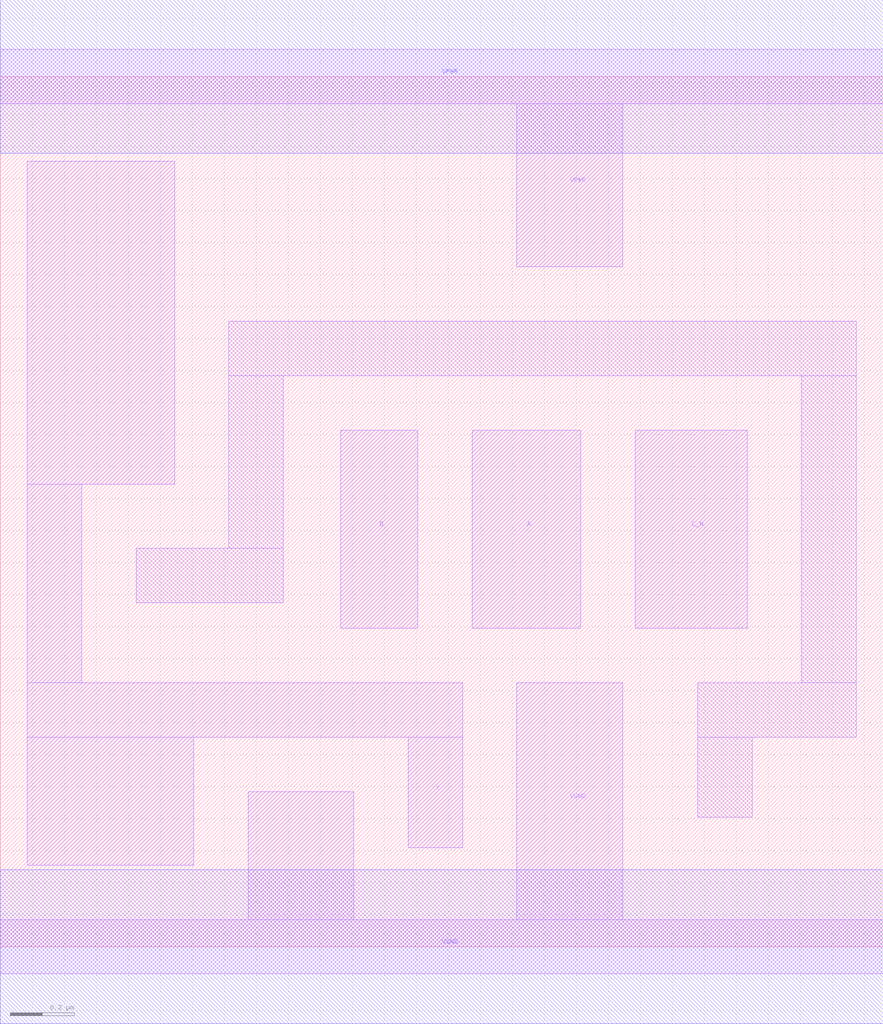
<source format=lef>
# Copyright 2020 The SkyWater PDK Authors
#
# Licensed under the Apache License, Version 2.0 (the "License");
# you may not use this file except in compliance with the License.
# You may obtain a copy of the License at
#
#     https://www.apache.org/licenses/LICENSE-2.0
#
# Unless required by applicable law or agreed to in writing, software
# distributed under the License is distributed on an "AS IS" BASIS,
# WITHOUT WARRANTIES OR CONDITIONS OF ANY KIND, either express or implied.
# See the License for the specific language governing permissions and
# limitations under the License.
#
# SPDX-License-Identifier: Apache-2.0

VERSION 5.5 ;
NAMESCASESENSITIVE ON ;
BUSBITCHARS "[]" ;
DIVIDERCHAR "/" ;
MACRO sky130_fd_sc_hd__nor3b_1
  CLASS CORE ;
  SOURCE USER ;
  ORIGIN  0.000000  0.000000 ;
  SIZE  2.760000 BY  2.720000 ;
  SYMMETRY X Y R90 ;
  SITE unithd ;
  PIN A
    ANTENNAGATEAREA  0.247500 ;
    DIRECTION INPUT ;
    USE SIGNAL ;
    PORT
      LAYER li1 ;
        RECT 1.475000 0.995000 1.815000 1.615000 ;
    END
  END A
  PIN B
    ANTENNAGATEAREA  0.247500 ;
    DIRECTION INPUT ;
    USE SIGNAL ;
    PORT
      LAYER li1 ;
        RECT 1.065000 0.995000 1.305000 1.615000 ;
    END
  END B
  PIN C_N
    ANTENNAGATEAREA  0.126000 ;
    DIRECTION INPUT ;
    USE SIGNAL ;
    PORT
      LAYER li1 ;
        RECT 1.985000 0.995000 2.335000 1.615000 ;
    END
  END C_N
  PIN Y
    ANTENNADIFFAREA  0.716500 ;
    DIRECTION OUTPUT ;
    USE SIGNAL ;
    PORT
      LAYER li1 ;
        RECT 0.085000 0.255000 0.605000 0.655000 ;
        RECT 0.085000 0.655000 1.445000 0.825000 ;
        RECT 0.085000 0.825000 0.255000 1.445000 ;
        RECT 0.085000 1.445000 0.545000 2.455000 ;
        RECT 1.275000 0.310000 1.445000 0.655000 ;
    END
  END Y
  PIN VGND
    DIRECTION INOUT ;
    SHAPE ABUTMENT ;
    USE GROUND ;
    PORT
      LAYER li1 ;
        RECT 0.000000 -0.085000 2.760000 0.085000 ;
        RECT 0.775000  0.085000 1.105000 0.485000 ;
        RECT 1.615000  0.085000 1.945000 0.825000 ;
    END
    PORT
      LAYER met1 ;
        RECT 0.000000 -0.240000 2.760000 0.240000 ;
    END
  END VGND
  PIN VNB
    DIRECTION INOUT ;
    USE GROUND ;
    PORT
    END
  END VNB
  PIN VPB
    DIRECTION INOUT ;
    USE POWER ;
    PORT
    END
  END VPB
  PIN VPWR
    DIRECTION INOUT ;
    SHAPE ABUTMENT ;
    USE POWER ;
    PORT
      LAYER li1 ;
        RECT 0.000000 2.635000 2.760000 2.805000 ;
        RECT 1.615000 2.125000 1.945000 2.635000 ;
    END
    PORT
      LAYER met1 ;
        RECT 0.000000 2.480000 2.760000 2.960000 ;
    END
  END VPWR
  OBS
    LAYER li1 ;
      RECT 0.425000 1.075000 0.885000 1.245000 ;
      RECT 0.715000 1.245000 0.885000 1.785000 ;
      RECT 0.715000 1.785000 2.675000 1.955000 ;
      RECT 2.180000 0.405000 2.350000 0.655000 ;
      RECT 2.180000 0.655000 2.675000 0.825000 ;
      RECT 2.505000 0.825000 2.675000 1.785000 ;
  END
END sky130_fd_sc_hd__nor3b_1
END LIBRARY

</source>
